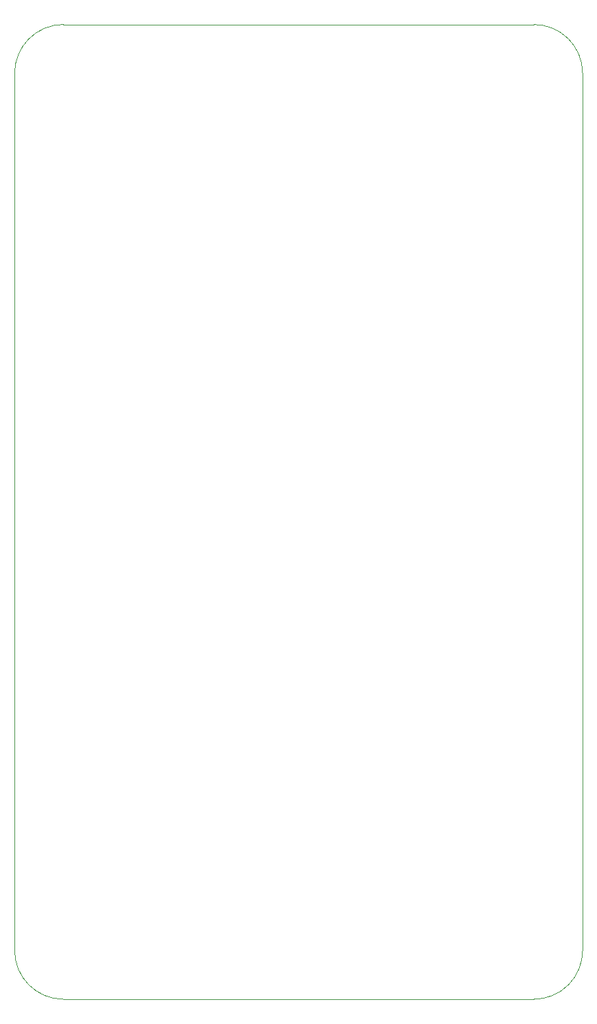
<source format=gm1>
G04 #@! TF.GenerationSoftware,KiCad,Pcbnew,(6.0.1)*
G04 #@! TF.CreationDate,2022-05-19T13:47:44-04:00*
G04 #@! TF.ProjectId,PiPicoMite01,50695069-636f-44d6-9974-6530312e6b69,2*
G04 #@! TF.SameCoordinates,Original*
G04 #@! TF.FileFunction,Profile,NP*
%FSLAX46Y46*%
G04 Gerber Fmt 4.6, Leading zero omitted, Abs format (unit mm)*
G04 Created by KiCad (PCBNEW (6.0.1)) date 2022-05-19 13:47:44*
%MOMM*%
%LPD*%
G01*
G04 APERTURE LIST*
G04 #@! TA.AperFunction,Profile*
%ADD10C,0.100000*%
G04 #@! TD*
G04 APERTURE END LIST*
D10*
X177000000Y-2000000D02*
X119000000Y-2000000D01*
X183000000Y-8000000D02*
G75*
G03*
X177000000Y-2000000I-5999999J1D01*
G01*
X113000000Y-116000000D02*
G75*
G03*
X119000000Y-122000000I5999999J-1D01*
G01*
X113000000Y-8000000D02*
X113000000Y-116000000D01*
X177000000Y-122000000D02*
G75*
G03*
X183000000Y-116000000I1J5999999D01*
G01*
X183000000Y-116000000D02*
X183000000Y-8000000D01*
X119000000Y-122000000D02*
X177000000Y-122000000D01*
X119000000Y-2000000D02*
G75*
G03*
X113000000Y-8000000I-1J-5999999D01*
G01*
M02*

</source>
